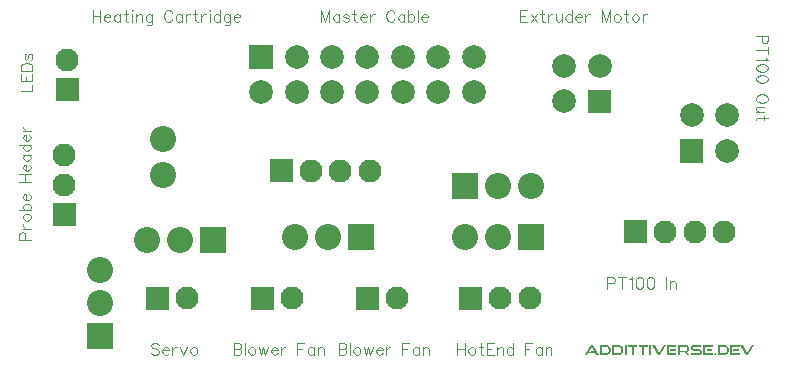
<source format=gts>
G04 Layer: TopSolderMaskLayer*
G04 EasyEDA v6.4.14, 2021-01-31T15:52:51+00:00*
G04 53acab47483b404e891b66caa61737d9,c23c5ad5fcdd482d9714491510f6a4f3,10*
G04 Gerber Generator version 0.2*
G04 Scale: 100 percent, Rotated: No, Reflected: No *
G04 Dimensions in millimeters *
G04 leading zeros omitted , absolute positions ,4 integer and 5 decimal *
%FSLAX45Y45*%
%MOMM*%

%ADD24C,0.1200*%
%ADD29C,2.2032*%
%ADD30C,2.0032*%
%ADD33C,1.9532*%

%LPD*%
G36*
X4897882Y136601D02*
G01*
X4895596Y136245D01*
X4893614Y135331D01*
X4891938Y133807D01*
X4890516Y131775D01*
X4840478Y48209D01*
X4857750Y48209D01*
X4897374Y115265D01*
X4916932Y82499D01*
X4890008Y82499D01*
X4882896Y70053D01*
X4924044Y70053D01*
X4937252Y48209D01*
X4955540Y48209D01*
X4905248Y131775D01*
X4903825Y133807D01*
X4902250Y135331D01*
X4900269Y136245D01*
G37*
G36*
X6155690Y135331D02*
G01*
X6205982Y52019D01*
X6207404Y49936D01*
X6209080Y48310D01*
X6211062Y47294D01*
X6213348Y46939D01*
X6215532Y47294D01*
X6217513Y48310D01*
X6219240Y49936D01*
X6220714Y52019D01*
X6271006Y135331D01*
X6253480Y135331D01*
X6213856Y68275D01*
X6174232Y135331D01*
G37*
G36*
X6070600Y135331D02*
G01*
X6070600Y48209D01*
X6148578Y48209D01*
X6148578Y63449D01*
X6085586Y63449D01*
X6085586Y120091D01*
X6148324Y120091D01*
X6148324Y135331D01*
G37*
G36*
X5964936Y135331D02*
G01*
X5964936Y120091D01*
X6015482Y120091D01*
X6021171Y119532D01*
X6026353Y118008D01*
X6031026Y115519D01*
X6034989Y112166D01*
X6038189Y108051D01*
X6040628Y103276D01*
X6042152Y97840D01*
X6042660Y91897D01*
X6042152Y86004D01*
X6040628Y80568D01*
X6038189Y75742D01*
X6034989Y71577D01*
X6031026Y68173D01*
X6026353Y65582D01*
X6021171Y64008D01*
X6015482Y63449D01*
X5980176Y63449D01*
X5980176Y120091D01*
X5964936Y120091D01*
X5964936Y48209D01*
X6015482Y48209D01*
X6021476Y48615D01*
X6027166Y49733D01*
X6032500Y51612D01*
X6037427Y54152D01*
X6041898Y57302D01*
X6045911Y61010D01*
X6049416Y65227D01*
X6052362Y69951D01*
X6054750Y75082D01*
X6056477Y80619D01*
X6057544Y86512D01*
X6057900Y92659D01*
X6057544Y98806D01*
X6056477Y104648D01*
X6054750Y110032D01*
X6052362Y115011D01*
X6049416Y119481D01*
X6045911Y123494D01*
X6041898Y127000D01*
X6037427Y129895D01*
X6032500Y132232D01*
X6027166Y133908D01*
X6021476Y134975D01*
X6015482Y135331D01*
G37*
G36*
X5842508Y135331D02*
G01*
X5842508Y48209D01*
X5920486Y48209D01*
X5920486Y63449D01*
X5857494Y63449D01*
X5857494Y120091D01*
X5920486Y120091D01*
X5920486Y135331D01*
G37*
G36*
X5762498Y135331D02*
G01*
X5756300Y134823D01*
X5750915Y133451D01*
X5746292Y131267D01*
X5742482Y128371D01*
X5739485Y124815D01*
X5737301Y120650D01*
X5736031Y115976D01*
X5735574Y110947D01*
X5736031Y105714D01*
X5737402Y100939D01*
X5739638Y96723D01*
X5742736Y93065D01*
X5746546Y90119D01*
X5751118Y87884D01*
X5756351Y86512D01*
X5762244Y86055D01*
X5802376Y86055D01*
X5807811Y85344D01*
X5811774Y83210D01*
X5814212Y79705D01*
X5815076Y74879D01*
X5814212Y70205D01*
X5811774Y66598D01*
X5807811Y64262D01*
X5802376Y63449D01*
X5736844Y63449D01*
X5736844Y48209D01*
X5802376Y48209D01*
X5808776Y48717D01*
X5814314Y50139D01*
X5818936Y52425D01*
X5822696Y55524D01*
X5825591Y59283D01*
X5827674Y63652D01*
X5828893Y68529D01*
X5829300Y73863D01*
X5828842Y79756D01*
X5827572Y84836D01*
X5825388Y89154D01*
X5822391Y92710D01*
X5818581Y95453D01*
X5813958Y97434D01*
X5808573Y98602D01*
X5802376Y99009D01*
X5762244Y99009D01*
X5757773Y99720D01*
X5754319Y101752D01*
X5752084Y105003D01*
X5751322Y109423D01*
X5752084Y113842D01*
X5754268Y117246D01*
X5757773Y119329D01*
X5762498Y120091D01*
X5824982Y120091D01*
X5824982Y135331D01*
G37*
G36*
X5626354Y135331D02*
G01*
X5626354Y48209D01*
X5641594Y48209D01*
X5641594Y120091D01*
X5689092Y120091D01*
X5696051Y119075D01*
X5701233Y115976D01*
X5704484Y110744D01*
X5705602Y103327D01*
X5704535Y95859D01*
X5701436Y90373D01*
X5696254Y86969D01*
X5689092Y85801D01*
X5652770Y85801D01*
X5652770Y72339D01*
X5685282Y72339D01*
X5707380Y48209D01*
X5728970Y48209D01*
X5702808Y74625D01*
X5706770Y76504D01*
X5710275Y78943D01*
X5713323Y81940D01*
X5715863Y85394D01*
X5717895Y89306D01*
X5719368Y93675D01*
X5720283Y98399D01*
X5720588Y103581D01*
X5720029Y110540D01*
X5718454Y116789D01*
X5715863Y122224D01*
X5712256Y126796D01*
X5707786Y130454D01*
X5702350Y133096D01*
X5696153Y134772D01*
X5689092Y135331D01*
G37*
G36*
X5535422Y135331D02*
G01*
X5535422Y48209D01*
X5613400Y48209D01*
X5613400Y63449D01*
X5550408Y63449D01*
X5550408Y120091D01*
X5613146Y120091D01*
X5613146Y135331D01*
G37*
G36*
X5410708Y135331D02*
G01*
X5461000Y52019D01*
X5462422Y49936D01*
X5464098Y48310D01*
X5466080Y47294D01*
X5468366Y46939D01*
X5470550Y47294D01*
X5472531Y48310D01*
X5474258Y49936D01*
X5475732Y52019D01*
X5526024Y135331D01*
X5508498Y135331D01*
X5468874Y68275D01*
X5429250Y135331D01*
G37*
G36*
X5385308Y135331D02*
G01*
X5385308Y48209D01*
X5400548Y48209D01*
X5400548Y135331D01*
G37*
G36*
X5293106Y135331D02*
G01*
X5293106Y120091D01*
X5326126Y120091D01*
X5326126Y48209D01*
X5341366Y48209D01*
X5341366Y120091D01*
X5374386Y120091D01*
X5374386Y135331D01*
G37*
G36*
X5202682Y135331D02*
G01*
X5202682Y120091D01*
X5235956Y120091D01*
X5235956Y48209D01*
X5251196Y48209D01*
X5251196Y120091D01*
X5284216Y120091D01*
X5284216Y135331D01*
G37*
G36*
X5176774Y135331D02*
G01*
X5176774Y48209D01*
X5192014Y48209D01*
X5192014Y135331D01*
G37*
G36*
X5070348Y135331D02*
G01*
X5070348Y120091D01*
X5120894Y120091D01*
X5126583Y119532D01*
X5131765Y118008D01*
X5136438Y115519D01*
X5140401Y112166D01*
X5143601Y108051D01*
X5146040Y103276D01*
X5147564Y97840D01*
X5148072Y91897D01*
X5147564Y86004D01*
X5146040Y80568D01*
X5143601Y75742D01*
X5140401Y71577D01*
X5136438Y68173D01*
X5131765Y65582D01*
X5126583Y64008D01*
X5120894Y63449D01*
X5085588Y63449D01*
X5085588Y120091D01*
X5070348Y120091D01*
X5070348Y48209D01*
X5120894Y48209D01*
X5126888Y48615D01*
X5132578Y49733D01*
X5137912Y51612D01*
X5142839Y54152D01*
X5147310Y57302D01*
X5151323Y61010D01*
X5154828Y65227D01*
X5157774Y69951D01*
X5160162Y75082D01*
X5161889Y80619D01*
X5162956Y86512D01*
X5163312Y92659D01*
X5162956Y98806D01*
X5161889Y104648D01*
X5160162Y110032D01*
X5157774Y115011D01*
X5154828Y119481D01*
X5151323Y123494D01*
X5147310Y127000D01*
X5142839Y129895D01*
X5137912Y132232D01*
X5132578Y133908D01*
X5126888Y134975D01*
X5120894Y135331D01*
G37*
G36*
X4964938Y135331D02*
G01*
X4964938Y120091D01*
X5015484Y120091D01*
X5021173Y119532D01*
X5026355Y118008D01*
X5031028Y115519D01*
X5034991Y112166D01*
X5038191Y108051D01*
X5040630Y103276D01*
X5042154Y97840D01*
X5042662Y91897D01*
X5042154Y86004D01*
X5040630Y80568D01*
X5038191Y75742D01*
X5034991Y71577D01*
X5031028Y68173D01*
X5026355Y65582D01*
X5021173Y64008D01*
X5015484Y63449D01*
X4980178Y63449D01*
X4980178Y120091D01*
X4964938Y120091D01*
X4964938Y48209D01*
X5015484Y48209D01*
X5021478Y48615D01*
X5027168Y49733D01*
X5032502Y51612D01*
X5037429Y54152D01*
X5041900Y57302D01*
X5045913Y61010D01*
X5049418Y65227D01*
X5052364Y69951D01*
X5054752Y75082D01*
X5056479Y80619D01*
X5057546Y86512D01*
X5057902Y92659D01*
X5057546Y98806D01*
X5056479Y104648D01*
X5054752Y110032D01*
X5052364Y115011D01*
X5049418Y119481D01*
X5045913Y123494D01*
X5041900Y127000D01*
X5037429Y129895D01*
X5032502Y132232D01*
X5027168Y133908D01*
X5021478Y134975D01*
X5015484Y135331D01*
G37*
G36*
X6096762Y99009D02*
G01*
X6096762Y86055D01*
X6145022Y86055D01*
X6145022Y99009D01*
G37*
G36*
X5868670Y99009D02*
G01*
X5868670Y86055D01*
X5917184Y86055D01*
X5917184Y99009D01*
G37*
G36*
X5561584Y99009D02*
G01*
X5561584Y86055D01*
X5609844Y86055D01*
X5609844Y99009D01*
G37*
G36*
X5941568Y63449D02*
G01*
X5938418Y62788D01*
X5935929Y61112D01*
X5934303Y58521D01*
X5933694Y55321D01*
X5934303Y52120D01*
X5935929Y49530D01*
X5938418Y47802D01*
X5941568Y47193D01*
X5944920Y47802D01*
X5947562Y49530D01*
X5949340Y52120D01*
X5949950Y55321D01*
X5949340Y58521D01*
X5947562Y61112D01*
X5944920Y62788D01*
G37*
D24*
X673100Y2968437D02*
G01*
X673100Y2872933D01*
X736854Y2968437D02*
G01*
X736854Y2872933D01*
X673100Y2922971D02*
G01*
X736854Y2922971D01*
X766825Y2909509D02*
G01*
X821181Y2909509D01*
X821181Y2918399D01*
X816609Y2927543D01*
X812291Y2932115D01*
X803147Y2936687D01*
X789431Y2936687D01*
X780288Y2932115D01*
X771397Y2922971D01*
X766825Y2909509D01*
X766825Y2900365D01*
X771397Y2886649D01*
X780288Y2877505D01*
X789431Y2872933D01*
X803147Y2872933D01*
X812291Y2877505D01*
X821181Y2886649D01*
X905763Y2936687D02*
G01*
X905763Y2872933D01*
X905763Y2922971D02*
G01*
X896620Y2932115D01*
X887729Y2936687D01*
X874013Y2936687D01*
X864870Y2932115D01*
X855725Y2922971D01*
X851408Y2909509D01*
X851408Y2900365D01*
X855725Y2886649D01*
X864870Y2877505D01*
X874013Y2872933D01*
X887729Y2872933D01*
X896620Y2877505D01*
X905763Y2886649D01*
X949452Y2968437D02*
G01*
X949452Y2891221D01*
X954024Y2877505D01*
X963168Y2872933D01*
X972311Y2872933D01*
X935736Y2936687D02*
G01*
X967740Y2936687D01*
X1002284Y2968437D02*
G01*
X1006856Y2963865D01*
X1011174Y2968437D01*
X1006856Y2973009D01*
X1002284Y2968437D01*
X1006856Y2936687D02*
G01*
X1006856Y2872933D01*
X1041400Y2936687D02*
G01*
X1041400Y2872933D01*
X1041400Y2918399D02*
G01*
X1054861Y2932115D01*
X1064006Y2936687D01*
X1077722Y2936687D01*
X1086611Y2932115D01*
X1091184Y2918399D01*
X1091184Y2872933D01*
X1175765Y2936687D02*
G01*
X1175765Y2864043D01*
X1171193Y2850327D01*
X1166622Y2845755D01*
X1157731Y2841183D01*
X1144015Y2841183D01*
X1134872Y2845755D01*
X1175765Y2922971D02*
G01*
X1166622Y2932115D01*
X1157731Y2936687D01*
X1144015Y2936687D01*
X1134872Y2932115D01*
X1125727Y2922971D01*
X1121156Y2909509D01*
X1121156Y2900365D01*
X1125727Y2886649D01*
X1134872Y2877505D01*
X1144015Y2872933D01*
X1157731Y2872933D01*
X1166622Y2877505D01*
X1175765Y2886649D01*
X1343913Y2945831D02*
G01*
X1339341Y2954975D01*
X1330452Y2963865D01*
X1321308Y2968437D01*
X1303020Y2968437D01*
X1294129Y2963865D01*
X1284986Y2954975D01*
X1280413Y2945831D01*
X1275841Y2932115D01*
X1275841Y2909509D01*
X1280413Y2895793D01*
X1284986Y2886649D01*
X1294129Y2877505D01*
X1303020Y2872933D01*
X1321308Y2872933D01*
X1330452Y2877505D01*
X1339341Y2886649D01*
X1343913Y2895793D01*
X1428495Y2936687D02*
G01*
X1428495Y2872933D01*
X1428495Y2922971D02*
G01*
X1419352Y2932115D01*
X1410461Y2936687D01*
X1396745Y2936687D01*
X1387602Y2932115D01*
X1378458Y2922971D01*
X1373886Y2909509D01*
X1373886Y2900365D01*
X1378458Y2886649D01*
X1387602Y2877505D01*
X1396745Y2872933D01*
X1410461Y2872933D01*
X1419352Y2877505D01*
X1428495Y2886649D01*
X1458468Y2936687D02*
G01*
X1458468Y2872933D01*
X1458468Y2909509D02*
G01*
X1463040Y2922971D01*
X1472184Y2932115D01*
X1481327Y2936687D01*
X1495043Y2936687D01*
X1538477Y2968437D02*
G01*
X1538477Y2891221D01*
X1543050Y2877505D01*
X1552193Y2872933D01*
X1561338Y2872933D01*
X1525015Y2936687D02*
G01*
X1556765Y2936687D01*
X1591309Y2936687D02*
G01*
X1591309Y2872933D01*
X1591309Y2909509D02*
G01*
X1595881Y2922971D01*
X1605025Y2932115D01*
X1613915Y2936687D01*
X1627631Y2936687D01*
X1657604Y2968437D02*
G01*
X1662175Y2963865D01*
X1666747Y2968437D01*
X1662175Y2973009D01*
X1657604Y2968437D01*
X1662175Y2936687D02*
G01*
X1662175Y2872933D01*
X1751329Y2968437D02*
G01*
X1751329Y2872933D01*
X1751329Y2922971D02*
G01*
X1742186Y2932115D01*
X1733041Y2936687D01*
X1719579Y2936687D01*
X1710436Y2932115D01*
X1701291Y2922971D01*
X1696720Y2909509D01*
X1696720Y2900365D01*
X1701291Y2886649D01*
X1710436Y2877505D01*
X1719579Y2872933D01*
X1733041Y2872933D01*
X1742186Y2877505D01*
X1751329Y2886649D01*
X1835911Y2936687D02*
G01*
X1835911Y2864043D01*
X1831340Y2850327D01*
X1826768Y2845755D01*
X1817624Y2841183D01*
X1803908Y2841183D01*
X1795018Y2845755D01*
X1835911Y2922971D02*
G01*
X1826768Y2932115D01*
X1817624Y2936687D01*
X1803908Y2936687D01*
X1795018Y2932115D01*
X1785874Y2922971D01*
X1781302Y2909509D01*
X1781302Y2900365D01*
X1785874Y2886649D01*
X1795018Y2877505D01*
X1803908Y2872933D01*
X1817624Y2872933D01*
X1826768Y2877505D01*
X1835911Y2886649D01*
X1865884Y2909509D02*
G01*
X1920493Y2909509D01*
X1920493Y2918399D01*
X1915922Y2927543D01*
X1911350Y2932115D01*
X1902206Y2936687D01*
X1888490Y2936687D01*
X1879345Y2932115D01*
X1870456Y2922971D01*
X1865884Y2909509D01*
X1865884Y2900365D01*
X1870456Y2886649D01*
X1879345Y2877505D01*
X1888490Y2872933D01*
X1902206Y2872933D01*
X1911350Y2877505D01*
X1920493Y2886649D01*
X2603500Y2968437D02*
G01*
X2603500Y2872933D01*
X2603500Y2968437D02*
G01*
X2639822Y2872933D01*
X2676143Y2968437D02*
G01*
X2639822Y2872933D01*
X2676143Y2968437D02*
G01*
X2676143Y2872933D01*
X2760725Y2936687D02*
G01*
X2760725Y2872933D01*
X2760725Y2922971D02*
G01*
X2751581Y2932115D01*
X2742691Y2936687D01*
X2728975Y2936687D01*
X2719831Y2932115D01*
X2710688Y2922971D01*
X2706115Y2909509D01*
X2706115Y2900365D01*
X2710688Y2886649D01*
X2719831Y2877505D01*
X2728975Y2872933D01*
X2742691Y2872933D01*
X2751581Y2877505D01*
X2760725Y2886649D01*
X2840736Y2922971D02*
G01*
X2836163Y2932115D01*
X2822702Y2936687D01*
X2808986Y2936687D01*
X2795270Y2932115D01*
X2790697Y2922971D01*
X2795270Y2914081D01*
X2804413Y2909509D01*
X2827020Y2904937D01*
X2836163Y2900365D01*
X2840736Y2891221D01*
X2840736Y2886649D01*
X2836163Y2877505D01*
X2822702Y2872933D01*
X2808986Y2872933D01*
X2795270Y2877505D01*
X2790697Y2886649D01*
X2884424Y2968437D02*
G01*
X2884424Y2891221D01*
X2888995Y2877505D01*
X2898140Y2872933D01*
X2907029Y2872933D01*
X2870708Y2936687D02*
G01*
X2902711Y2936687D01*
X2937256Y2909509D02*
G01*
X2991611Y2909509D01*
X2991611Y2918399D01*
X2987040Y2927543D01*
X2982468Y2932115D01*
X2973577Y2936687D01*
X2959861Y2936687D01*
X2950718Y2932115D01*
X2941574Y2922971D01*
X2937256Y2909509D01*
X2937256Y2900365D01*
X2941574Y2886649D01*
X2950718Y2877505D01*
X2959861Y2872933D01*
X2973577Y2872933D01*
X2982468Y2877505D01*
X2991611Y2886649D01*
X3021584Y2936687D02*
G01*
X3021584Y2872933D01*
X3021584Y2909509D02*
G01*
X3026156Y2922971D01*
X3035300Y2932115D01*
X3044443Y2936687D01*
X3058159Y2936687D01*
X3226308Y2945831D02*
G01*
X3221736Y2954975D01*
X3212591Y2963865D01*
X3203447Y2968437D01*
X3185413Y2968437D01*
X3176270Y2963865D01*
X3167125Y2954975D01*
X3162554Y2945831D01*
X3157981Y2932115D01*
X3157981Y2909509D01*
X3162554Y2895793D01*
X3167125Y2886649D01*
X3176270Y2877505D01*
X3185413Y2872933D01*
X3203447Y2872933D01*
X3212591Y2877505D01*
X3221736Y2886649D01*
X3226308Y2895793D01*
X3310890Y2936687D02*
G01*
X3310890Y2872933D01*
X3310890Y2922971D02*
G01*
X3301745Y2932115D01*
X3292602Y2936687D01*
X3278886Y2936687D01*
X3269741Y2932115D01*
X3260852Y2922971D01*
X3256279Y2909509D01*
X3256279Y2900365D01*
X3260852Y2886649D01*
X3269741Y2877505D01*
X3278886Y2872933D01*
X3292602Y2872933D01*
X3301745Y2877505D01*
X3310890Y2886649D01*
X3340861Y2968437D02*
G01*
X3340861Y2872933D01*
X3340861Y2922971D02*
G01*
X3349752Y2932115D01*
X3358895Y2936687D01*
X3372611Y2936687D01*
X3381756Y2932115D01*
X3390645Y2922971D01*
X3395218Y2909509D01*
X3395218Y2900365D01*
X3390645Y2886649D01*
X3381756Y2877505D01*
X3372611Y2872933D01*
X3358895Y2872933D01*
X3349752Y2877505D01*
X3340861Y2886649D01*
X3425443Y2968437D02*
G01*
X3425443Y2872933D01*
X3455415Y2909509D02*
G01*
X3509772Y2909509D01*
X3509772Y2918399D01*
X3505200Y2927543D01*
X3500881Y2932115D01*
X3491738Y2936687D01*
X3478022Y2936687D01*
X3468877Y2932115D01*
X3459988Y2922971D01*
X3455415Y2909509D01*
X3455415Y2900365D01*
X3459988Y2886649D01*
X3468877Y2877505D01*
X3478022Y2872933D01*
X3491738Y2872933D01*
X3500881Y2877505D01*
X3509772Y2886649D01*
X3759200Y149037D02*
G01*
X3759200Y53533D01*
X3822954Y149037D02*
G01*
X3822954Y53533D01*
X3759200Y103571D02*
G01*
X3822954Y103571D01*
X3875531Y117287D02*
G01*
X3866388Y112715D01*
X3857497Y103571D01*
X3852925Y90109D01*
X3852925Y80965D01*
X3857497Y67249D01*
X3866388Y58105D01*
X3875531Y53533D01*
X3889247Y53533D01*
X3898391Y58105D01*
X3907281Y67249D01*
X3911854Y80965D01*
X3911854Y90109D01*
X3907281Y103571D01*
X3898391Y112715D01*
X3889247Y117287D01*
X3875531Y117287D01*
X3955541Y149037D02*
G01*
X3955541Y71821D01*
X3960113Y58105D01*
X3969258Y53533D01*
X3978402Y53533D01*
X3941825Y117287D02*
G01*
X3973829Y117287D01*
X4008374Y149037D02*
G01*
X4008374Y53533D01*
X4008374Y149037D02*
G01*
X4067302Y149037D01*
X4008374Y103571D02*
G01*
X4044695Y103571D01*
X4008374Y53533D02*
G01*
X4067302Y53533D01*
X4097274Y117287D02*
G01*
X4097274Y53533D01*
X4097274Y98999D02*
G01*
X4110990Y112715D01*
X4120134Y117287D01*
X4133850Y117287D01*
X4142740Y112715D01*
X4147311Y98999D01*
X4147311Y53533D01*
X4231893Y149037D02*
G01*
X4231893Y53533D01*
X4231893Y103571D02*
G01*
X4222750Y112715D01*
X4213859Y117287D01*
X4200143Y117287D01*
X4191000Y112715D01*
X4181856Y103571D01*
X4177284Y90109D01*
X4177284Y80965D01*
X4181856Y67249D01*
X4191000Y58105D01*
X4200143Y53533D01*
X4213859Y53533D01*
X4222750Y58105D01*
X4231893Y67249D01*
X4331970Y149037D02*
G01*
X4331970Y53533D01*
X4331970Y149037D02*
G01*
X4390897Y149037D01*
X4331970Y103571D02*
G01*
X4368291Y103571D01*
X4475479Y117287D02*
G01*
X4475479Y53533D01*
X4475479Y103571D02*
G01*
X4466590Y112715D01*
X4457445Y117287D01*
X4443729Y117287D01*
X4434586Y112715D01*
X4425441Y103571D01*
X4421124Y90109D01*
X4421124Y80965D01*
X4425441Y67249D01*
X4434586Y58105D01*
X4443729Y53533D01*
X4457445Y53533D01*
X4466590Y58105D01*
X4475479Y67249D01*
X4505452Y117287D02*
G01*
X4505452Y53533D01*
X4505452Y98999D02*
G01*
X4519168Y112715D01*
X4528311Y117287D01*
X4542027Y117287D01*
X4550918Y112715D01*
X4555490Y98999D01*
X4555490Y53533D01*
X51561Y1026099D02*
G01*
X147065Y1026099D01*
X51561Y1026099D02*
G01*
X51561Y1066993D01*
X56134Y1080709D01*
X60706Y1085281D01*
X69595Y1089853D01*
X83311Y1089853D01*
X92456Y1085281D01*
X97027Y1080709D01*
X101600Y1066993D01*
X101600Y1026099D01*
X83311Y1119825D02*
G01*
X147065Y1119825D01*
X110490Y1119825D02*
G01*
X97027Y1124397D01*
X87884Y1133287D01*
X83311Y1142431D01*
X83311Y1156147D01*
X83311Y1208725D02*
G01*
X87884Y1199835D01*
X97027Y1190691D01*
X110490Y1186119D01*
X119634Y1186119D01*
X133350Y1190691D01*
X142493Y1199835D01*
X147065Y1208725D01*
X147065Y1222441D01*
X142493Y1231585D01*
X133350Y1240729D01*
X119634Y1245301D01*
X110490Y1245301D01*
X97027Y1240729D01*
X87884Y1231585D01*
X83311Y1222441D01*
X83311Y1208725D01*
X51561Y1275273D02*
G01*
X147065Y1275273D01*
X97027Y1275273D02*
G01*
X87884Y1284163D01*
X83311Y1293307D01*
X83311Y1307023D01*
X87884Y1316167D01*
X97027Y1325311D01*
X110490Y1329629D01*
X119634Y1329629D01*
X133350Y1325311D01*
X142493Y1316167D01*
X147065Y1307023D01*
X147065Y1293307D01*
X142493Y1284163D01*
X133350Y1275273D01*
X110490Y1359855D02*
G01*
X110490Y1414211D01*
X101600Y1414211D01*
X92456Y1409639D01*
X87884Y1405067D01*
X83311Y1396177D01*
X83311Y1382461D01*
X87884Y1373317D01*
X97027Y1364173D01*
X110490Y1359855D01*
X119634Y1359855D01*
X133350Y1364173D01*
X142493Y1373317D01*
X147065Y1382461D01*
X147065Y1396177D01*
X142493Y1405067D01*
X133350Y1414211D01*
X51561Y1514287D02*
G01*
X147065Y1514287D01*
X51561Y1578041D02*
G01*
X147065Y1578041D01*
X97027Y1514287D02*
G01*
X97027Y1578041D01*
X110490Y1608013D02*
G01*
X110490Y1662369D01*
X101600Y1662369D01*
X92456Y1657797D01*
X87884Y1653479D01*
X83311Y1644335D01*
X83311Y1630619D01*
X87884Y1621475D01*
X97027Y1612585D01*
X110490Y1608013D01*
X119634Y1608013D01*
X133350Y1612585D01*
X142493Y1621475D01*
X147065Y1630619D01*
X147065Y1644335D01*
X142493Y1653479D01*
X133350Y1662369D01*
X83311Y1746951D02*
G01*
X147065Y1746951D01*
X97027Y1746951D02*
G01*
X87884Y1737807D01*
X83311Y1728917D01*
X83311Y1715201D01*
X87884Y1706057D01*
X97027Y1696913D01*
X110490Y1692341D01*
X119634Y1692341D01*
X133350Y1696913D01*
X142493Y1706057D01*
X147065Y1715201D01*
X147065Y1728917D01*
X142493Y1737807D01*
X133350Y1746951D01*
X51561Y1831533D02*
G01*
X147065Y1831533D01*
X97027Y1831533D02*
G01*
X87884Y1822389D01*
X83311Y1813245D01*
X83311Y1799783D01*
X87884Y1790639D01*
X97027Y1781495D01*
X110490Y1776923D01*
X119634Y1776923D01*
X133350Y1781495D01*
X142493Y1790639D01*
X147065Y1799783D01*
X147065Y1813245D01*
X142493Y1822389D01*
X133350Y1831533D01*
X110490Y1861505D02*
G01*
X110490Y1916115D01*
X101600Y1916115D01*
X92456Y1911543D01*
X87884Y1906971D01*
X83311Y1897827D01*
X83311Y1884365D01*
X87884Y1875221D01*
X97027Y1866077D01*
X110490Y1861505D01*
X119634Y1861505D01*
X133350Y1866077D01*
X142493Y1875221D01*
X147065Y1884365D01*
X147065Y1897827D01*
X142493Y1906971D01*
X133350Y1916115D01*
X83311Y1946087D02*
G01*
X147065Y1946087D01*
X110490Y1946087D02*
G01*
X97027Y1950659D01*
X87884Y1959803D01*
X83311Y1968947D01*
X83311Y1982409D01*
X1232154Y135575D02*
G01*
X1223009Y144465D01*
X1209293Y149037D01*
X1191006Y149037D01*
X1177543Y144465D01*
X1168400Y135575D01*
X1168400Y126431D01*
X1172972Y117287D01*
X1177543Y112715D01*
X1186688Y108143D01*
X1213865Y98999D01*
X1223009Y94681D01*
X1227581Y90109D01*
X1232154Y80965D01*
X1232154Y67249D01*
X1223009Y58105D01*
X1209293Y53533D01*
X1191006Y53533D01*
X1177543Y58105D01*
X1168400Y67249D01*
X1262125Y90109D02*
G01*
X1316481Y90109D01*
X1316481Y98999D01*
X1311909Y108143D01*
X1307591Y112715D01*
X1298447Y117287D01*
X1284731Y117287D01*
X1275588Y112715D01*
X1266697Y103571D01*
X1262125Y90109D01*
X1262125Y80965D01*
X1266697Y67249D01*
X1275588Y58105D01*
X1284731Y53533D01*
X1298447Y53533D01*
X1307591Y58105D01*
X1316481Y67249D01*
X1346708Y117287D02*
G01*
X1346708Y53533D01*
X1346708Y90109D02*
G01*
X1351025Y103571D01*
X1360170Y112715D01*
X1369313Y117287D01*
X1383029Y117287D01*
X1413002Y117287D02*
G01*
X1440179Y53533D01*
X1467611Y117287D02*
G01*
X1440179Y53533D01*
X1520190Y117287D02*
G01*
X1511045Y112715D01*
X1502156Y103571D01*
X1497584Y90109D01*
X1497584Y80965D01*
X1502156Y67249D01*
X1511045Y58105D01*
X1520190Y53533D01*
X1533906Y53533D01*
X1543050Y58105D01*
X1551940Y67249D01*
X1556511Y80965D01*
X1556511Y90109D01*
X1551940Y103571D01*
X1543050Y112715D01*
X1533906Y117287D01*
X1520190Y117287D01*
X1866900Y149037D02*
G01*
X1866900Y53533D01*
X1866900Y149037D02*
G01*
X1907793Y149037D01*
X1921509Y144465D01*
X1926081Y139893D01*
X1930654Y131003D01*
X1930654Y121859D01*
X1926081Y112715D01*
X1921509Y108143D01*
X1907793Y103571D01*
X1866900Y103571D02*
G01*
X1907793Y103571D01*
X1921509Y98999D01*
X1926081Y94681D01*
X1930654Y85537D01*
X1930654Y71821D01*
X1926081Y62677D01*
X1921509Y58105D01*
X1907793Y53533D01*
X1866900Y53533D01*
X1960625Y149037D02*
G01*
X1960625Y53533D01*
X2013204Y117287D02*
G01*
X2004059Y112715D01*
X1995170Y103571D01*
X1990597Y90109D01*
X1990597Y80965D01*
X1995170Y67249D01*
X2004059Y58105D01*
X2013204Y53533D01*
X2026920Y53533D01*
X2036063Y58105D01*
X2045208Y67249D01*
X2049525Y80965D01*
X2049525Y90109D01*
X2045208Y103571D01*
X2036063Y112715D01*
X2026920Y117287D01*
X2013204Y117287D01*
X2079752Y117287D02*
G01*
X2097786Y53533D01*
X2116074Y117287D02*
G01*
X2097786Y53533D01*
X2116074Y117287D02*
G01*
X2134108Y53533D01*
X2152395Y117287D02*
G01*
X2134108Y53533D01*
X2182368Y90109D02*
G01*
X2236977Y90109D01*
X2236977Y98999D01*
X2232406Y108143D01*
X2227834Y112715D01*
X2218690Y117287D01*
X2204974Y117287D01*
X2196084Y112715D01*
X2186940Y103571D01*
X2182368Y90109D01*
X2182368Y80965D01*
X2186940Y67249D01*
X2196084Y58105D01*
X2204974Y53533D01*
X2218690Y53533D01*
X2227834Y58105D01*
X2236977Y67249D01*
X2266950Y117287D02*
G01*
X2266950Y53533D01*
X2266950Y90109D02*
G01*
X2271522Y103571D01*
X2280411Y112715D01*
X2289556Y117287D01*
X2303272Y117287D01*
X2403347Y149037D02*
G01*
X2403347Y53533D01*
X2403347Y149037D02*
G01*
X2462275Y149037D01*
X2403347Y103571D02*
G01*
X2439670Y103571D01*
X2546858Y117287D02*
G01*
X2546858Y53533D01*
X2546858Y103571D02*
G01*
X2537713Y112715D01*
X2528824Y117287D01*
X2515108Y117287D01*
X2505963Y112715D01*
X2496820Y103571D01*
X2492247Y90109D01*
X2492247Y80965D01*
X2496820Y67249D01*
X2505963Y58105D01*
X2515108Y53533D01*
X2528824Y53533D01*
X2537713Y58105D01*
X2546858Y67249D01*
X2576829Y117287D02*
G01*
X2576829Y53533D01*
X2576829Y98999D02*
G01*
X2590545Y112715D01*
X2599690Y117287D01*
X2613152Y117287D01*
X2622295Y112715D01*
X2626868Y98999D01*
X2626868Y53533D01*
X2755900Y149037D02*
G01*
X2755900Y53533D01*
X2755900Y149037D02*
G01*
X2796793Y149037D01*
X2810509Y144465D01*
X2815081Y139893D01*
X2819654Y131003D01*
X2819654Y121859D01*
X2815081Y112715D01*
X2810509Y108143D01*
X2796793Y103571D01*
X2755900Y103571D02*
G01*
X2796793Y103571D01*
X2810509Y98999D01*
X2815081Y94681D01*
X2819654Y85537D01*
X2819654Y71821D01*
X2815081Y62677D01*
X2810509Y58105D01*
X2796793Y53533D01*
X2755900Y53533D01*
X2849625Y149037D02*
G01*
X2849625Y53533D01*
X2902204Y117287D02*
G01*
X2893059Y112715D01*
X2884170Y103571D01*
X2879597Y90109D01*
X2879597Y80965D01*
X2884170Y67249D01*
X2893059Y58105D01*
X2902204Y53533D01*
X2915920Y53533D01*
X2925063Y58105D01*
X2934208Y67249D01*
X2938525Y80965D01*
X2938525Y90109D01*
X2934208Y103571D01*
X2925063Y112715D01*
X2915920Y117287D01*
X2902204Y117287D01*
X2968752Y117287D02*
G01*
X2986786Y53533D01*
X3005074Y117287D02*
G01*
X2986786Y53533D01*
X3005074Y117287D02*
G01*
X3023108Y53533D01*
X3041395Y117287D02*
G01*
X3023108Y53533D01*
X3071368Y90109D02*
G01*
X3125977Y90109D01*
X3125977Y98999D01*
X3121406Y108143D01*
X3116834Y112715D01*
X3107690Y117287D01*
X3093974Y117287D01*
X3085084Y112715D01*
X3075940Y103571D01*
X3071368Y90109D01*
X3071368Y80965D01*
X3075940Y67249D01*
X3085084Y58105D01*
X3093974Y53533D01*
X3107690Y53533D01*
X3116834Y58105D01*
X3125977Y67249D01*
X3155950Y117287D02*
G01*
X3155950Y53533D01*
X3155950Y90109D02*
G01*
X3160522Y103571D01*
X3169411Y112715D01*
X3178556Y117287D01*
X3192272Y117287D01*
X3292347Y149037D02*
G01*
X3292347Y53533D01*
X3292347Y149037D02*
G01*
X3351275Y149037D01*
X3292347Y103571D02*
G01*
X3328670Y103571D01*
X3435858Y117287D02*
G01*
X3435858Y53533D01*
X3435858Y103571D02*
G01*
X3426713Y112715D01*
X3417824Y117287D01*
X3404108Y117287D01*
X3394963Y112715D01*
X3385820Y103571D01*
X3381247Y90109D01*
X3381247Y80965D01*
X3385820Y67249D01*
X3394963Y58105D01*
X3404108Y53533D01*
X3417824Y53533D01*
X3426713Y58105D01*
X3435858Y67249D01*
X3465829Y117287D02*
G01*
X3465829Y53533D01*
X3465829Y98999D02*
G01*
X3479545Y112715D01*
X3488690Y117287D01*
X3502152Y117287D01*
X3511295Y112715D01*
X3515868Y98999D01*
X3515868Y53533D01*
X64261Y2283399D02*
G01*
X159765Y2283399D01*
X159765Y2283399D02*
G01*
X159765Y2338009D01*
X64261Y2367981D02*
G01*
X159765Y2367981D01*
X64261Y2367981D02*
G01*
X64261Y2426909D01*
X109727Y2367981D02*
G01*
X109727Y2404303D01*
X159765Y2367981D02*
G01*
X159765Y2426909D01*
X64261Y2457135D02*
G01*
X159765Y2457135D01*
X64261Y2457135D02*
G01*
X64261Y2488885D01*
X68834Y2502601D01*
X77724Y2511491D01*
X86868Y2516063D01*
X100584Y2520635D01*
X123190Y2520635D01*
X136906Y2516063D01*
X146050Y2511491D01*
X155193Y2502601D01*
X159765Y2488885D01*
X159765Y2457135D01*
X109727Y2600645D02*
G01*
X100584Y2596073D01*
X96011Y2582611D01*
X96011Y2568895D01*
X100584Y2555179D01*
X109727Y2550607D01*
X118618Y2555179D01*
X123190Y2564323D01*
X127761Y2586929D01*
X132334Y2596073D01*
X141477Y2600645D01*
X146050Y2600645D01*
X155193Y2596073D01*
X159765Y2582611D01*
X159765Y2568895D01*
X155193Y2555179D01*
X146050Y2550607D01*
X4292600Y2968437D02*
G01*
X4292600Y2872933D01*
X4292600Y2968437D02*
G01*
X4351781Y2968437D01*
X4292600Y2922971D02*
G01*
X4328922Y2922971D01*
X4292600Y2872933D02*
G01*
X4351781Y2872933D01*
X4381754Y2936687D02*
G01*
X4431791Y2872933D01*
X4431791Y2936687D02*
G01*
X4381754Y2872933D01*
X4475225Y2968437D02*
G01*
X4475225Y2891221D01*
X4479797Y2877505D01*
X4488941Y2872933D01*
X4498086Y2872933D01*
X4461763Y2936687D02*
G01*
X4493513Y2936687D01*
X4528058Y2936687D02*
G01*
X4528058Y2872933D01*
X4528058Y2909509D02*
G01*
X4532629Y2922971D01*
X4541774Y2932115D01*
X4550663Y2936687D01*
X4564379Y2936687D01*
X4594352Y2936687D02*
G01*
X4594352Y2891221D01*
X4598924Y2877505D01*
X4608068Y2872933D01*
X4621784Y2872933D01*
X4630674Y2877505D01*
X4644390Y2891221D01*
X4644390Y2936687D02*
G01*
X4644390Y2872933D01*
X4728972Y2968437D02*
G01*
X4728972Y2872933D01*
X4728972Y2922971D02*
G01*
X4719827Y2932115D01*
X4710684Y2936687D01*
X4697222Y2936687D01*
X4688077Y2932115D01*
X4678934Y2922971D01*
X4674361Y2909509D01*
X4674361Y2900365D01*
X4678934Y2886649D01*
X4688077Y2877505D01*
X4697222Y2872933D01*
X4710684Y2872933D01*
X4719827Y2877505D01*
X4728972Y2886649D01*
X4758943Y2909509D02*
G01*
X4813554Y2909509D01*
X4813554Y2918399D01*
X4808981Y2927543D01*
X4804409Y2932115D01*
X4795265Y2936687D01*
X4781804Y2936687D01*
X4772659Y2932115D01*
X4763515Y2922971D01*
X4758943Y2909509D01*
X4758943Y2900365D01*
X4763515Y2886649D01*
X4772659Y2877505D01*
X4781804Y2872933D01*
X4795265Y2872933D01*
X4804409Y2877505D01*
X4813554Y2886649D01*
X4843525Y2936687D02*
G01*
X4843525Y2872933D01*
X4843525Y2909509D02*
G01*
X4848097Y2922971D01*
X4857241Y2932115D01*
X4866131Y2936687D01*
X4879847Y2936687D01*
X4979924Y2968437D02*
G01*
X4979924Y2872933D01*
X4979924Y2968437D02*
G01*
X5016245Y2872933D01*
X5052568Y2968437D02*
G01*
X5016245Y2872933D01*
X5052568Y2968437D02*
G01*
X5052568Y2872933D01*
X5105400Y2936687D02*
G01*
X5096256Y2932115D01*
X5087111Y2922971D01*
X5082540Y2909509D01*
X5082540Y2900365D01*
X5087111Y2886649D01*
X5096256Y2877505D01*
X5105400Y2872933D01*
X5118861Y2872933D01*
X5128006Y2877505D01*
X5137150Y2886649D01*
X5141722Y2900365D01*
X5141722Y2909509D01*
X5137150Y2922971D01*
X5128006Y2932115D01*
X5118861Y2936687D01*
X5105400Y2936687D01*
X5185409Y2968437D02*
G01*
X5185409Y2891221D01*
X5189981Y2877505D01*
X5198872Y2872933D01*
X5208015Y2872933D01*
X5171693Y2936687D02*
G01*
X5203443Y2936687D01*
X5260847Y2936687D02*
G01*
X5251704Y2932115D01*
X5242559Y2922971D01*
X5237988Y2909509D01*
X5237988Y2900365D01*
X5242559Y2886649D01*
X5251704Y2877505D01*
X5260847Y2872933D01*
X5274309Y2872933D01*
X5283454Y2877505D01*
X5292597Y2886649D01*
X5297170Y2900365D01*
X5297170Y2909509D01*
X5292597Y2922971D01*
X5283454Y2932115D01*
X5274309Y2936687D01*
X5260847Y2936687D01*
X5327141Y2936687D02*
G01*
X5327141Y2872933D01*
X5327141Y2909509D02*
G01*
X5331713Y2922971D01*
X5340858Y2932115D01*
X5349747Y2936687D01*
X5363463Y2936687D01*
X6387338Y2753299D02*
G01*
X6291834Y2753299D01*
X6387338Y2753299D02*
G01*
X6387338Y2712405D01*
X6382765Y2698689D01*
X6378193Y2694117D01*
X6369304Y2689545D01*
X6355588Y2689545D01*
X6346443Y2694117D01*
X6341872Y2698689D01*
X6337300Y2712405D01*
X6337300Y2753299D01*
X6387338Y2627823D02*
G01*
X6291834Y2627823D01*
X6387338Y2659573D02*
G01*
X6387338Y2596073D01*
X6369304Y2566101D02*
G01*
X6373875Y2556957D01*
X6387338Y2543241D01*
X6291834Y2543241D01*
X6387338Y2486091D02*
G01*
X6382765Y2499553D01*
X6369304Y2508697D01*
X6346443Y2513269D01*
X6332981Y2513269D01*
X6310122Y2508697D01*
X6296406Y2499553D01*
X6291834Y2486091D01*
X6291834Y2476947D01*
X6296406Y2463231D01*
X6310122Y2454087D01*
X6332981Y2449769D01*
X6346443Y2449769D01*
X6369304Y2454087D01*
X6382765Y2463231D01*
X6387338Y2476947D01*
X6387338Y2486091D01*
X6387338Y2392365D02*
G01*
X6382765Y2406081D01*
X6369304Y2415225D01*
X6346443Y2419543D01*
X6332981Y2419543D01*
X6310122Y2415225D01*
X6296406Y2406081D01*
X6291834Y2392365D01*
X6291834Y2383221D01*
X6296406Y2369759D01*
X6310122Y2360615D01*
X6332981Y2356043D01*
X6346443Y2356043D01*
X6369304Y2360615D01*
X6382765Y2369759D01*
X6387338Y2383221D01*
X6387338Y2392365D01*
X6387338Y2228789D02*
G01*
X6382765Y2237933D01*
X6373875Y2246823D01*
X6364731Y2251395D01*
X6351015Y2255967D01*
X6328409Y2255967D01*
X6314693Y2251395D01*
X6305550Y2246823D01*
X6296406Y2237933D01*
X6291834Y2228789D01*
X6291834Y2210501D01*
X6296406Y2201357D01*
X6305550Y2192467D01*
X6314693Y2187895D01*
X6328409Y2183323D01*
X6351015Y2183323D01*
X6364731Y2187895D01*
X6373875Y2192467D01*
X6382765Y2201357D01*
X6387338Y2210501D01*
X6387338Y2228789D01*
X6355588Y2153351D02*
G01*
X6310122Y2153351D01*
X6296406Y2148779D01*
X6291834Y2139635D01*
X6291834Y2125919D01*
X6296406Y2117029D01*
X6310122Y2103313D01*
X6355588Y2103313D02*
G01*
X6291834Y2103313D01*
X6387338Y2059625D02*
G01*
X6310122Y2059625D01*
X6296406Y2055053D01*
X6291834Y2045909D01*
X6291834Y2037019D01*
X6355588Y2073341D02*
G01*
X6355588Y2041591D01*
X5029200Y707837D02*
G01*
X5029200Y612333D01*
X5029200Y707837D02*
G01*
X5070093Y707837D01*
X5083809Y703265D01*
X5088381Y698693D01*
X5092954Y689803D01*
X5092954Y676087D01*
X5088381Y666943D01*
X5083809Y662371D01*
X5070093Y657799D01*
X5029200Y657799D01*
X5154675Y707837D02*
G01*
X5154675Y612333D01*
X5122925Y707837D02*
G01*
X5186425Y707837D01*
X5216397Y689803D02*
G01*
X5225541Y694375D01*
X5239258Y707837D01*
X5239258Y612333D01*
X5296408Y707837D02*
G01*
X5282945Y703265D01*
X5273802Y689803D01*
X5269229Y666943D01*
X5269229Y653481D01*
X5273802Y630621D01*
X5282945Y616905D01*
X5296408Y612333D01*
X5305552Y612333D01*
X5319268Y616905D01*
X5328411Y630621D01*
X5332729Y653481D01*
X5332729Y666943D01*
X5328411Y689803D01*
X5319268Y703265D01*
X5305552Y707837D01*
X5296408Y707837D01*
X5390134Y707837D02*
G01*
X5376418Y703265D01*
X5367274Y689803D01*
X5362956Y666943D01*
X5362956Y653481D01*
X5367274Y630621D01*
X5376418Y616905D01*
X5390134Y612333D01*
X5399277Y612333D01*
X5412740Y616905D01*
X5421884Y630621D01*
X5426456Y653481D01*
X5426456Y666943D01*
X5421884Y689803D01*
X5412740Y703265D01*
X5399277Y707837D01*
X5390134Y707837D01*
X5526531Y707837D02*
G01*
X5526531Y612333D01*
X5556504Y676087D02*
G01*
X5556504Y612333D01*
X5556504Y657799D02*
G01*
X5570220Y671515D01*
X5579109Y676087D01*
X5592825Y676087D01*
X5601970Y671515D01*
X5606541Y657799D01*
X5606541Y612333D01*
D29*
G01*
X1270000Y1874586D03*
G01*
X1270000Y1574586D03*
D30*
G01*
X3897198Y2273061D03*
G01*
X3897198Y2573060D03*
G01*
X3597198Y2273061D03*
G01*
X3597198Y2573060D03*
G01*
X3297199Y2273061D03*
G01*
X3297199Y2573060D03*
G01*
X2997200Y2273061D03*
G01*
X2997200Y2573060D03*
G01*
X2697200Y2273061D03*
G01*
X2697200Y2573060D03*
G01*
X2397201Y2273061D03*
G01*
X2397201Y2573060D03*
G01*
X2097201Y2273061D03*
G36*
X1996947Y2472883D02*
G01*
X1996947Y2673289D01*
X2197354Y2673289D01*
X2197354Y2472883D01*
G37*
G36*
X3775963Y433263D02*
G01*
X3775963Y628335D01*
X3971036Y628335D01*
X3971036Y433263D01*
G37*
D33*
G01*
X4123512Y530799D03*
G01*
X4373499Y530799D03*
G36*
X334263Y1144463D02*
G01*
X334263Y1339535D01*
X529336Y1339535D01*
X529336Y1144463D01*
G37*
G01*
X431800Y1492011D03*
G01*
X431800Y1741998D03*
G36*
X3712463Y1373063D02*
G01*
X3712463Y1593535D01*
X3932936Y1593535D01*
X3932936Y1373063D01*
G37*
D29*
G01*
X4102100Y1483299D03*
G01*
X4381500Y1483299D03*
G36*
X4271263Y941263D02*
G01*
X4271263Y1161735D01*
X4491736Y1161735D01*
X4491736Y941263D01*
G37*
G01*
X4102100Y1051499D03*
G01*
X3822700Y1051499D03*
G36*
X1578863Y915863D02*
G01*
X1578863Y1136335D01*
X1799336Y1136335D01*
X1799336Y915863D01*
G37*
G01*
X1409700Y1026099D03*
G01*
X1130300Y1026099D03*
G36*
X2836163Y941263D02*
G01*
X2836163Y1161735D01*
X3056636Y1161735D01*
X3056636Y941263D01*
G37*
G01*
X2667000Y1051499D03*
G01*
X2387600Y1051499D03*
G36*
X1125474Y433263D02*
G01*
X1125474Y628335D01*
X1320800Y628335D01*
X1320800Y433263D01*
G37*
D33*
G01*
X1473200Y530799D03*
G36*
X2014474Y433263D02*
G01*
X2014474Y628335D01*
X2209800Y628335D01*
X2209800Y433263D01*
G37*
G01*
X2362200Y530799D03*
G36*
X2903474Y433263D02*
G01*
X2903474Y628335D01*
X3098800Y628335D01*
X3098800Y433263D01*
G37*
G01*
X3251200Y530799D03*
G36*
X359663Y2202373D02*
G01*
X359663Y2397699D01*
X554736Y2397699D01*
X554736Y2202373D01*
G37*
G01*
X457200Y2550099D03*
G36*
X4863084Y2096709D02*
G01*
X4863084Y2297115D01*
X5063490Y2297115D01*
X5063490Y2096709D01*
G37*
D30*
G01*
X4663313Y2196886D03*
G01*
X4963312Y2496886D03*
G01*
X4663313Y2496886D03*
G36*
X5642609Y1677609D02*
G01*
X5642609Y1878015D01*
X5843015Y1878015D01*
X5843015Y1677609D01*
G37*
G01*
X5742785Y2077793D03*
G01*
X6042784Y1777794D03*
G01*
X6042784Y2077793D03*
G36*
X5169661Y996127D02*
G01*
X5169661Y1191199D01*
X5364734Y1191199D01*
X5364734Y996127D01*
G37*
D33*
G01*
X5517306Y1093678D03*
G01*
X5767293Y1093678D03*
G01*
X6017305Y1093678D03*
G36*
X2169159Y1512763D02*
G01*
X2169159Y1707835D01*
X2364231Y1707835D01*
X2364231Y1512763D01*
G37*
G01*
X2516606Y1610299D03*
G01*
X2766593Y1610299D03*
G01*
X3016605Y1610299D03*
G36*
X626363Y103063D02*
G01*
X626363Y323535D01*
X846836Y323535D01*
X846836Y103063D01*
G37*
D29*
G01*
X736600Y492699D03*
G01*
X736600Y772099D03*
M02*

</source>
